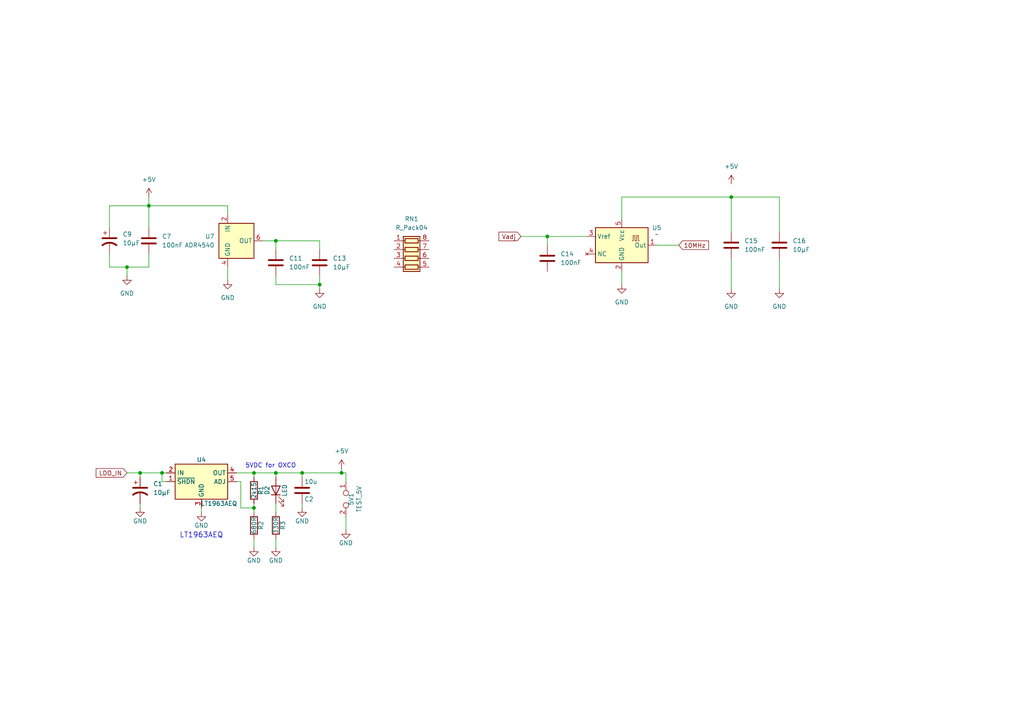
<source format=kicad_sch>
(kicad_sch (version 20231120) (generator "eeschema") (generator_version "8.0")
  (paper "A4")
  (lib_symbols
    (symbol "Connector:TestPoint_2Pole" (pin_names (offset 0.762) hide)
      (property "Reference" "TP" (at 0 1.524 0))
      (property "Value" "TestPoint_2Pole" (at 0 -1.778 0))
      (symbol "TestPoint_2Pole_0_1"
        (circle (center -1.778 0) (radius 0.762))
        (circle (center 1.778 0) (radius 0.762))
        (pin passive line (at -5.08 0 0) (length 2.54) (name "1") (number "1"))
        (pin passive line (at 5.08 0 180) (length 2.54) (name "2") (number "2"))
      )
    )
    (symbol "Device:C" (pin_numbers hide) (pin_names (offset 0.254))
      (property "Reference" "C" (at 0.635 2.54 0))
      (property "Value" "C" (at 0.635 -2.54 0))
      (symbol "C_0_1"
        (polyline (pts (xy -2.032 -0.762) (xy 2.032 -0.762)) (stroke (width 0.508)))
        (polyline (pts (xy -2.032 0.762) (xy 2.032 0.762)) (stroke (width 0.508)))
      )
      (symbol "C_1_1"
        (pin passive line (at 0 3.81 270) (length 2.794) (name "~") (number "1"))
        (pin passive line (at 0 -3.81 90) (length 2.794) (name "~") (number "2"))
      )
    )
    (symbol "Device:C_Polarized_US" (pin_numbers hide) (pin_names (offset 0.254) hide)
      (property "Reference" "C" (at 0.635 2.54 0))
      (property "Value" "C_Polarized_US" (at 0.635 -2.54 0))
      (symbol "C_Polarized_US_0_1"
        (polyline (pts (xy -2.032 0.762) (xy 2.032 0.762)) (stroke (width 0.508)))
        (polyline (pts (xy -1.778 2.286) (xy -0.762 2.286)))
        (polyline (pts (xy -1.27 1.778) (xy -1.27 2.794)))
        (arc (start 2.032 -1.27) (mid 0 -0.5572) (end -2.032 -1.27) (stroke (width 0.508)))
      )
      (symbol "C_Polarized_US_1_1"
        (pin passive line (at 0 3.81 270) (length 2.794) (name "~") (number "1"))
        (pin passive line (at 0 -3.81 90) (length 3.302) (name "~") (number "2"))
      )
    )
    (symbol "Device:LED" (pin_numbers hide) (pin_names (offset 1.016) hide)
      (property "Reference" "D" (at 0 2.54 0))
      (property "Value" "LED" (at 0 -2.54 0))
      (symbol "LED_0_1"
        (polyline (pts (xy -1.27 -1.27) (xy -1.27 1.27)) (stroke (width 0.254)))
        (polyline (pts (xy -1.27 0) (xy 1.27 0)))
        (polyline (pts (xy 1.27 -1.27) (xy 1.27 1.27) (xy -1.27 0) (xy 1.27 -1.27)) (stroke (width 0.254)))
        (polyline (pts (xy -3.048 -0.762) (xy -4.572 -2.286) (xy -3.81 -2.286) (xy -4.572 -2.286) (xy -4.572 -1.524)))
        (polyline (pts (xy -1.778 -0.762) (xy -3.302 -2.286) (xy -2.54 -2.286) (xy -3.302 -2.286) (xy -3.302 -1.524)))
      )
      (symbol "LED_1_1"
        (pin passive line (at -3.81 0 0) (length 2.54) (name "K") (number "1"))
        (pin passive line (at 3.81 0 180) (length 2.54) (name "A") (number "2"))
      )
    )
    (symbol "Device:R" (pin_numbers hide) (pin_names (offset 0))
      (property "Reference" "R" (at 2.032 0 90))
      (property "Value" "R" (at 0 0 90))
      (symbol "R_0_1"
        (rectangle (start -1.016 -2.54) (end 1.016 2.54) (stroke (width 0.254)))
      )
      (symbol "R_1_1"
        (pin passive line (at 0 3.81 270) (length 1.27) (name "~") (number "1"))
        (pin passive line (at 0 -3.81 90) (length 1.27) (name "~") (number "2"))
      )
    )
    (symbol "Device:R_Pack04" (pin_names (offset 0) hide)
      (property "Reference" "RN" (at -7.62 0 90))
      (property "Value" "R_Pack04" (at 5.08 0 90))
      (symbol "R_Pack04_0_1"
        (rectangle (start -6.35 -2.413) (end 3.81 2.413) (stroke (width 0.254)) (fill (type background)))
        (rectangle (start -5.715 1.905) (end -4.445 -1.905) (stroke (width 0.254)))
        (rectangle (start -3.175 1.905) (end -1.905 -1.905) (stroke (width 0.254)))
        (rectangle (start -0.635 1.905) (end 0.635 -1.905) (stroke (width 0.254)))
        (polyline (pts (xy -5.08 -2.54) (xy -5.08 -1.905)))
        (polyline (pts (xy -5.08 1.905) (xy -5.08 2.54)))
        (polyline (pts (xy -2.54 -2.54) (xy -2.54 -1.905)))
        (polyline (pts (xy -2.54 1.905) (xy -2.54 2.54)))
        (polyline (pts (xy 0 -2.54) (xy 0 -1.905)))
        (polyline (pts (xy 0 1.905) (xy 0 2.54)))
        (polyline (pts (xy 2.54 -2.54) (xy 2.54 -1.905)))
        (polyline (pts (xy 2.54 1.905) (xy 2.54 2.54)))
        (rectangle (start 1.905 1.905) (end 3.175 -1.905) (stroke (width 0.254)))
      )
      (symbol "R_Pack04_1_1"
        (pin passive line (at -5.08 -5.08 90) (length 2.54) (name "R1.1") (number "1"))
        (pin passive line (at -2.54 -5.08 90) (length 2.54) (name "R2.1") (number "2"))
        (pin passive line (at 0 -5.08 90) (length 2.54) (name "R3.1") (number "3"))
        (pin passive line (at 2.54 -5.08 90) (length 2.54) (name "R4.1") (number "4"))
        (pin passive line (at 2.54 5.08 270) (length 2.54) (name "R4.2") (number "5"))
        (pin passive line (at 0 5.08 270) (length 2.54) (name "R3.2") (number "6"))
        (pin passive line (at -2.54 5.08 270) (length 2.54) (name "R2.2") (number "7"))
        (pin passive line (at -5.08 5.08 270) (length 2.54) (name "R1.2") (number "8"))
      )
    )
    (symbol "GND_1" (power) (pin_numbers hide) (pin_names (offset 0) hide)
      (property "Value" "GND" (at 0 -3.81 0))
      (symbol "GND_1_0_1"
        (polyline (pts (xy 0 0) (xy 0 -1.27) (xy 1.27 -1.27) (xy 0 -2.54) (xy -1.27 -1.27) (xy 0 -1.27)))
      )
      (symbol "GND_1_1_1"
        (pin power_in line (at 0 0 270) (length 0) (name "~") (number "1"))
      )
    )
    (symbol "GND_2" (power) (pin_numbers hide) (pin_names (offset 0) hide)
      (property "Value" "GND" (at 0 -3.81 0))
      (symbol "GND_2_0_1"
        (polyline (pts (xy 0 0) (xy 0 -1.27) (xy 1.27 -1.27) (xy 0 -2.54) (xy -1.27 -1.27) (xy 0 -1.27)))
      )
      (symbol "GND_2_1_1"
        (pin power_in line (at 0 0 270) (length 0) (name "~") (number "1"))
      )
    )
    (symbol "GND_3" (power) (pin_numbers hide) (pin_names (offset 0) hide)
      (property "Value" "GND" (at 0 -3.81 0))
      (symbol "GND_3_0_1"
        (polyline (pts (xy 0 0) (xy 0 -1.27) (xy 1.27 -1.27) (xy 0 -2.54) (xy -1.27 -1.27) (xy 0 -1.27)))
      )
      (symbol "GND_3_1_1"
        (pin power_in line (at 0 0 270) (length 0) (name "~") (number "1"))
      )
    )
    (symbol "GND_4" (power) (pin_numbers hide) (pin_names (offset 0) hide)
      (property "Value" "GND" (at 0 -3.81 0))
      (symbol "GND_4_0_1"
        (polyline (pts (xy 0 0) (xy 0 -1.27) (xy 1.27 -1.27) (xy 0 -2.54) (xy -1.27 -1.27) (xy 0 -1.27)))
      )
      (symbol "GND_4_1_1"
        (pin power_in line (at 0 0 270) (length 0) (name "~") (number "1"))
      )
    )
    (symbol "GND_5" (power) (pin_numbers hide) (pin_names (offset 0) hide)
      (property "Value" "GND" (at 0 -3.81 0))
      (symbol "GND_5_0_1"
        (polyline (pts (xy 0 0) (xy 0 -1.27) (xy 1.27 -1.27) (xy 0 -2.54) (xy -1.27 -1.27) (xy 0 -1.27)))
      )
      (symbol "GND_5_1_1"
        (pin power_in line (at 0 0 270) (length 0) (name "~") (number "1"))
      )
    )
    (symbol "GND_6" (power) (pin_numbers hide) (pin_names (offset 0) hide)
      (property "Value" "GND" (at 0 -3.81 0))
      (symbol "GND_6_0_1"
        (polyline (pts (xy 0 0) (xy 0 -1.27) (xy 1.27 -1.27) (xy 0 -2.54) (xy -1.27 -1.27) (xy 0 -1.27)))
      )
      (symbol "GND_6_1_1"
        (pin power_in line (at 0 0 270) (length 0) (name "~") (number "1"))
      )
    )
    (symbol "Oscillator_Local:OSC5AB02"
      (property "Reference" "U" (at -6.35 8.89 0))
      (symbol "OSC5AB02_0_1"
        (rectangle (start -7.62 5.08) (end 7.62 -5.08) (stroke (width 0.254)) (fill (type background)))
        (polyline (pts (xy 5.08 1.27) (xy 4.826 1.27) (xy 4.826 2.794) (xy 4.318 2.794) (xy 4.318 1.27) (xy 3.81 1.27) (xy 3.81 2.794) (xy 3.302 2.794) (xy 3.302 1.27) (xy 3.048 1.27)))
      )
      (symbol "OSC5AB02_1_1"
        (pin output line (at 10.16 0 180) (length 2.54) (name "Out") (number "1"))
        (pin power_in line (at 0 -7.62 90) (length 2.54) (name "GND") (number "2"))
        (pin input line (at -10.16 2.54 0) (length 2.54) (name "Vref") (number "3"))
        (pin no_connect line (at -10.16 -2.54 0) (length 2.54) (name "NC") (number "4"))
        (pin power_in line (at 0 7.62 270) (length 2.54) (name "Vcc") (number "5"))
      )
    )
    (symbol "Reference_Voltage:ADR4540"
      (property "Reference" "U" (at 0 6.35 0))
      (property "Value" "ADR4540" (at 2.54 -6.35 0))
      (symbol "ADR4540_0_0"
        (pin no_connect line (at -5.08 0 0) (length 2.54) hide (name "NC") (number "3"))
        (pin no_connect line (at 5.08 2.54 180) (length 2.54) hide (name "NC") (number "7"))
        (pin no_connect line (at 5.08 -2.54 180) (length 2.54) hide (name "NC") (number "8"))
      )
      (symbol "ADR4540_0_1"
        (rectangle (start -5.08 5.08) (end 5.08 -5.08) (stroke (width 0.254)) (fill (type background)))
      )
      (symbol "ADR4540_1_1"
        (pin no_connect line (at -5.08 2.54 0) (length 2.54) hide (name "NC") (number "1"))
        (pin power_in line (at -2.54 7.62 270) (length 2.54) (name "IN") (number "2"))
        (pin power_in line (at -2.54 -7.62 90) (length 2.54) (name "GND") (number "4"))
        (pin no_connect line (at -5.08 -2.54 0) (length 2.54) hide (name "NC") (number "5"))
        (pin power_out line (at 7.62 0 180) (length 2.54) (name "OUT") (number "6"))
      )
    )
    (symbol "Regulator_Linear:LT1963AEQ"
      (property "Reference" "U" (at -7.62 6.35 0))
      (property "Value" "LT1963AEQ" (at -1.27 6.35 0))
      (symbol "LT1963AEQ_0_1"
        (rectangle (start -7.62 5.08) (end 7.62 -5.08) (stroke (width 0.254)) (fill (type background)))
      )
      (symbol "LT1963AEQ_1_1"
        (pin input line (at -10.16 0 0) (length 2.54) (name "~{SHDN}") (number "1"))
        (pin power_in line (at -10.16 2.54 0) (length 2.54) (name "IN") (number "2"))
        (pin power_in line (at 0 -7.62 90) (length 2.54) (name "GND") (number "3"))
        (pin power_out line (at 10.16 2.54 180) (length 2.54) (name "OUT") (number "4"))
        (pin input line (at 10.16 0 180) (length 2.54) (name "ADJ") (number "5"))
      )
    )
    (symbol "power:+5V" (power) (pin_numbers hide) (pin_names (offset 0) hide)
      (property "Value" "+5V" (at 0 3.556 0))
      (symbol "+5V_0_1"
        (polyline (pts (xy -0.762 1.27) (xy 0 2.54)))
        (polyline (pts (xy 0 0) (xy 0 2.54)))
        (polyline (pts (xy 0 2.54) (xy 0.762 1.27)))
      )
      (symbol "+5V_1_1"
        (pin power_in line (at 0 0 90) (length 0) (name "~") (number "1"))
      )
    )
    (symbol "power:GND" (power) (pin_names (offset 0))
      (property "Value" "GND" (at 0 -3.81 0))
      (symbol "GND_0_1"
        (polyline (pts (xy 0 0) (xy 0 -1.27) (xy 1.27 -1.27) (xy 0 -2.54) (xy -1.27 -1.27) (xy 0 -1.27)))
      )
      (symbol "GND_1_1"
        (pin power_in line (at 0 0 270) (length 0) hide (name "GND") (number "1"))
      )
    )
  )
  (junction (at 80.01 69.85))
  (junction (at 40.64 137.16))
  (junction (at 43.18 59.69))
  (junction (at 80.01 137.16))
  (junction (at 99.06 137.16))
  (junction (at 212.09 57.15))
  (junction (at 87.63 137.16))
  (junction (at 73.66 137.16))
  (junction (at 46.99 137.16))
  (junction (at 73.66 147.32))
  (junction (at 36.83 77.47))
  (junction (at 92.71 82.55))
  (junction (at 158.75 68.58))
  (wire (pts (xy 80.01 137.16) (xy 80.01 138.43)))
  (wire (pts (xy 48.26 139.7) (xy 46.99 139.7)))
  (wire (pts (xy 66.04 59.69) (xy 43.18 59.69)))
  (wire (pts (xy 31.75 59.69) (xy 31.75 66.04)))
  (wire (pts (xy 100.33 137.16) (xy 100.33 139.7)))
  (wire (pts (xy 69.85 147.32) (xy 73.66 147.32)))
  (wire (pts (xy 190.5 71.12) (xy 196.85 71.12)))
  (wire (pts (xy 80.01 137.16) (xy 87.63 137.16)))
  (wire (pts (xy 151.13 68.58) (xy 158.75 68.58)))
  (wire (pts (xy 40.64 137.16) (xy 40.64 138.43)))
  (wire (pts (xy 100.33 153.67) (xy 100.33 149.86)))
  (wire (pts (xy 43.18 57.15) (xy 43.18 59.69)))
  (wire (pts (xy 46.99 139.7) (xy 46.99 137.16)))
  (wire (pts (xy 80.01 69.85) (xy 92.71 69.85)))
  (wire (pts (xy 36.83 137.16) (xy 40.64 137.16)))
  (wire (pts (xy 87.63 147.32) (xy 87.63 146.05)))
  (wire (pts (xy 66.04 62.23) (xy 66.04 59.69)))
  (wire (pts (xy 226.06 74.93) (xy 226.06 83.82)))
  (wire (pts (xy 80.01 158.75) (xy 80.01 156.21)))
  (wire (pts (xy 226.06 67.31) (xy 226.06 57.15)))
  (wire (pts (xy 36.83 77.47) (xy 36.83 80.01)))
  (wire (pts (xy 87.63 137.16) (xy 87.63 138.43)))
  (wire (pts (xy 212.09 57.15) (xy 180.34 57.15)))
  (wire (pts (xy 43.18 73.66) (xy 43.18 77.47)))
  (wire (pts (xy 87.63 137.16) (xy 99.06 137.16)))
  (wire (pts (xy 73.66 146.05) (xy 73.66 147.32)))
  (wire (pts (xy 68.58 137.16) (xy 73.66 137.16)))
  (wire (pts (xy 58.42 148.59) (xy 58.42 147.32)))
  (wire (pts (xy 48.26 137.16) (xy 46.99 137.16)))
  (wire (pts (xy 212.09 74.93) (xy 212.09 83.82)))
  (wire (pts (xy 31.75 77.47) (xy 36.83 77.47)))
  (wire (pts (xy 43.18 59.69) (xy 43.18 66.04)))
  (wire (pts (xy 68.58 139.7) (xy 69.85 139.7)))
  (wire (pts (xy 73.66 158.75) (xy 73.66 156.21)))
  (wire (pts (xy 158.75 68.58) (xy 170.18 68.58)))
  (wire (pts (xy 226.06 57.15) (xy 212.09 57.15)))
  (wire (pts (xy 76.2 69.85) (xy 80.01 69.85)))
  (wire (pts (xy 80.01 82.55) (xy 92.71 82.55)))
  (wire (pts (xy 92.71 82.55) (xy 92.71 83.82)))
  (wire (pts (xy 92.71 80.01) (xy 92.71 82.55)))
  (wire (pts (xy 80.01 80.01) (xy 80.01 82.55)))
  (wire (pts (xy 73.66 137.16) (xy 73.66 138.43)))
  (wire (pts (xy 99.06 137.16) (xy 100.33 137.16)))
  (wire (pts (xy 212.09 67.31) (xy 212.09 57.15)))
  (wire (pts (xy 80.01 148.59) (xy 80.01 146.05)))
  (wire (pts (xy 180.34 57.15) (xy 180.34 63.5)))
  (wire (pts (xy 99.06 137.16) (xy 99.06 135.89)))
  (wire (pts (xy 66.04 77.47) (xy 66.04 81.28)))
  (wire (pts (xy 158.75 68.58) (xy 158.75 71.12)))
  (wire (pts (xy 36.83 77.47) (xy 43.18 77.47)))
  (wire (pts (xy 43.18 59.69) (xy 31.75 59.69)))
  (wire (pts (xy 73.66 147.32) (xy 73.66 148.59)))
  (wire (pts (xy 180.34 78.74) (xy 180.34 82.55)))
  (wire (pts (xy 80.01 69.85) (xy 80.01 72.39)))
  (wire (pts (xy 69.85 139.7) (xy 69.85 147.32)))
  (wire (pts (xy 92.71 69.85) (xy 92.71 72.39)))
  (wire (pts (xy 73.66 137.16) (xy 80.01 137.16)))
  (wire (pts (xy 31.75 73.66) (xy 31.75 77.47)))
  (wire (pts (xy 40.64 147.32) (xy 40.64 146.05)))
  (wire (pts (xy 40.64 137.16) (xy 46.99 137.16)))
  (text "LT1963AEQ" (at 52.07 156.21 0) (effects (font (size 1.524 1.524)) (justify left bottom)))
  (text "5VDC for OXCO" (at 71.12 135.89 0) (effects (font (size 1.27 1.27)) (justify left bottom)))
  (global_label "LDO_IN" (shape input) (at 36.83 137.16 180) (property "Intersheetrefs" "${INTERSHEET_REFS}" (effects (hide yes))))
  (global_label "Vadj" (shape input) (at 151.13 68.58 180) (property "Intersheetrefs" "${INTERSHEET_REFS}" (effects (hide yes))))
  (global_label "10MHz" (shape input) (at 196.85 71.12 0) (property "Intersheetrefs" "${INTERSHEET_REFS}" (effects (hide yes))))
  (symbol (lib_name "GND_1") (lib_id "power:GND") (at 180.34 82.55 0) (unit 1)
    (property "Reference" "#PWR08" (effects (hide yes)))
    (property "Value" "GND" (at 180.34 87.63 0))
    (property "Description" "Power symbol creates a global label with name \"GND\" , ground" (effects (hide yes)))
  )
  (symbol (lib_id "Device:C") (at 212.09 71.12 0) (unit 1)
    (property "Reference" "C15" (at 215.9 69.8499 0) (effects (justify left)))
    (property "Value" "100nF" (at 215.9 72.3899 0) (effects (justify left)))
    (property "Footprint" "Capacitor_SMD:C_0402_1005Metric_Pad0.74x0.62mm_HandSolder" (effects (hide yes)))
    (property "Description" "16V X7R" (effects (hide yes)))
    (property "LCSC" "C1525" (effects (hide yes)))
    (property "MPN" "CL05B104KO5NNNC " (effects (hide yes)))
  )
  (symbol (lib_id "power:+5V") (at 43.18 57.15 0) (unit 1)
    (property "Reference" "#PWR012" (effects (hide yes)))
    (property "Value" "+5V" (at 43.18 52.07 0))
    (property "Description" "Power symbol creates a global label with name \"+5V\"" (effects (hide yes)))
  )
  (symbol (lib_name "GND_5") (lib_id "power:GND") (at 212.09 83.82 0) (unit 1)
    (property "Reference" "#PWR015" (effects (hide yes)))
    (property "Value" "GND" (at 212.09 88.9 0))
    (property "Description" "Power symbol creates a global label with name \"GND\" , ground" (effects (hide yes)))
  )
  (symbol (lib_name "GND_3") (lib_id "power:GND") (at 36.83 80.01 0) (unit 1)
    (property "Reference" "#PWR010" (effects (hide yes)))
    (property "Value" "GND" (at 36.83 85.09 0))
    (property "Description" "Power symbol creates a global label with name \"GND\" , ground" (effects (hide yes)))
  )
  (symbol (lib_id "Oscillator_Local:OSC5AB02") (at 180.34 71.12 0) (unit 1)
    (property "Reference" "U5" (at 190.5 66.0714 0))
    (property "Value" "~" (at 190.5 67.9765 0))
    (property "Datasheet" "https://dl6gl.de/media/files/ocxo-cti-osc5a2b02-datasheet.pdf" (effects (hide yes)))
    (property "Description" "CTI OSC5A2B02  10MHz Square Wave  1ppb  Oven Controlled Crystal Oscilator" (effects (hide yes)))
  )
  (symbol (lib_id "Device:R") (at 73.66 152.4 0) (unit 1)
    (property "Reference" "R2" (at 75.692 152.4 90))
    (property "Value" "680R" (at 73.66 152.4 90))
    (property "Footprint" "Resistor_SMD:R_0805_2012Metric" (effects (hide yes)))
  )
  (symbol (lib_id "power:GND") (at 87.63 147.32 0) (unit 1)
    (property "Reference" "#PWR05" (effects (hide yes)))
    (property "Value" "GND" (at 87.63 151.13 0))
  )
  (symbol (lib_id "power:+5V") (at 99.06 135.89 0) (unit 1)
    (property "Reference" "#PWR06" (effects (hide yes)))
    (property "Value" "+5V" (at 99.06 130.81 0))
    (property "Description" "Power symbol creates a global label with name \"+5V\"" (effects (hide yes)))
  )
  (symbol (lib_id "Device:C") (at 87.63 142.24 0) (mirror x) (unit 1)
    (property "Reference" "C2" (at 88.265 144.78 0) (effects (justify left)))
    (property "Value" "10u" (at 88.265 139.7 0) (effects (justify left)))
    (property "Footprint" "Capacitor_SMD:C_0805_2012Metric" (effects (hide yes)))
  )
  (symbol (lib_id "Device:C") (at 92.71 76.2 0) (unit 1)
    (property "Reference" "C13" (at 96.52 74.9299 0) (effects (justify left)))
    (property "Value" "10µF" (at 96.52 77.4699 0) (effects (justify left)))
    (property "Footprint" "Capacitor_SMD:C_0805_2012Metric" (effects (hide yes)))
    (property "Description" "25V X5R" (effects (hide yes)))
    (property "MPN" "CL21A106KAYNNNE" (effects (hide yes)))
    (property "LCSC" "C15850" (effects (hide yes)))
  )
  (symbol (lib_id "Device:C_Polarized_US") (at 31.75 69.85 0) (unit 1)
    (property "Reference" "C9" (at 35.56 67.9449 0) (effects (justify left)))
    (property "Value" "10µF" (at 35.56 70.4849 0) (effects (justify left)))
    (property "Footprint" "Capacitor_Tantalum_SMD:CP_EIA-3216-18_Kemet-A" (effects (hide yes)))
    (property "Description" "Polarized capacitor, US symbol" (effects (hide yes)))
    (property "MPN" "TAJA106K016RNJ" (effects (hide yes)))
    (property "LCSC" "C7171" (effects (hide yes)))
  )
  (symbol (lib_name "GND_6") (lib_id "power:GND") (at 226.06 83.82 0) (unit 1)
    (property "Reference" "#PWR016" (effects (hide yes)))
    (property "Value" "GND" (at 226.06 88.9 0))
    (property "Description" "Power symbol creates a global label with name \"GND\" , ground" (effects (hide yes)))
  )
  (symbol (lib_id "power:+5V") (at 212.09 53.34 0) (unit 1)
    (property "Reference" "#PWR014" (effects (hide yes)))
    (property "Value" "+5V" (at 212.09 48.26 0))
    (property "Description" "Power symbol creates a global label with name \"+5V\"" (effects (hide yes)))
  )
  (symbol (lib_id "power:GND") (at 40.64 147.32 0) (unit 1)
    (property "Reference" "#PWR01" (effects (hide yes)))
    (property "Value" "GND" (at 40.64 151.13 0))
  )
  (symbol (lib_id "power:GND") (at 100.33 153.67 0) (unit 1)
    (property "Reference" "#PWR07" (effects (hide yes)))
    (property "Value" "GND" (at 100.33 157.48 0))
  )
  (symbol (lib_id "Device:C_Polarized_US") (at 40.64 142.24 0) (unit 1)
    (property "Reference" "C1" (at 44.45 140.3349 0) (effects (justify left)))
    (property "Value" "10µF" (at 44.45 142.8749 0) (effects (justify left)))
    (property "Footprint" "Capacitor_Tantalum_SMD:CP_EIA-3216-18_Kemet-A" (effects (hide yes)))
    (property "Description" "Polarized capacitor, US symbol" (effects (hide yes)))
    (property "MPN" "TAJA106K016RNJ" (effects (hide yes)))
    (property "LCSC" "C7171" (effects (hide yes)))
  )
  (symbol (lib_id "Device:C") (at 80.01 76.2 0) (unit 1)
    (property "Reference" "C11" (at 83.82 74.9299 0) (effects (justify left)))
    (property "Value" "100nF" (at 83.82 77.4699 0) (effects (justify left)))
    (property "Footprint" "Capacitor_SMD:C_0402_1005Metric_Pad0.74x0.62mm_HandSolder" (effects (hide yes)))
    (property "Description" "16V X7R" (effects (hide yes)))
    (property "LCSC" "C1525" (effects (hide yes)))
    (property "MPN" "CL05B104KO5NNNC " (effects (hide yes)))
  )
  (symbol (lib_id "power:GND") (at 80.01 158.75 0) (unit 1)
    (property "Reference" "#PWR04" (effects (hide yes)))
    (property "Value" "GND" (at 80.01 162.56 0))
  )
  (symbol (lib_id "Device:C") (at 43.18 69.85 0) (unit 1)
    (property "Reference" "C7" (at 46.99 68.5799 0) (effects (justify left)))
    (property "Value" "100nF" (at 46.99 71.1199 0) (effects (justify left)))
    (property "Footprint" "Capacitor_SMD:C_0402_1005Metric_Pad0.74x0.62mm_HandSolder" (effects (hide yes)))
    (property "Description" "16V X7R" (effects (hide yes)))
    (property "LCSC" "C1525" (effects (hide yes)))
    (property "MPN" "CL05B104KO5NNNC " (effects (hide yes)))
  )
  (symbol (lib_name "GND_4") (lib_id "power:GND") (at 92.71 83.82 0) (unit 1)
    (property "Reference" "#PWR013" (effects (hide yes)))
    (property "Value" "GND" (at 92.71 88.9 0))
    (property "Description" "Power symbol creates a global label with name \"GND\" , ground" (effects (hide yes)))
  )
  (symbol (lib_name "GND_2") (lib_id "power:GND") (at 66.04 81.28 0) (unit 1)
    (property "Reference" "#PWR09" (effects (hide yes)))
    (property "Value" "GND" (at 66.04 86.36 0))
    (property "Description" "Power symbol creates a global label with name \"GND\" , ground" (effects (hide yes)))
  )
  (symbol (lib_id "Device:R_Pack04") (at 119.38 74.93 270) (unit 1)
    (property "Reference" "RN1" (at 119.38 63.5 90))
    (property "Value" "R_Pack04" (at 119.38 66.04 90))
    (property "Datasheet" "https://wmsc.lcsc.com/wmsc/upload/file/pdf/v2/lcsc/2304140030_Vishay-Intertech-ACASA1001S1001P100_C2654046.pdf" (effects (hide yes)))
    (property "Description" "4 resistor network, parallel topology, 0.1% ±15ppm" (effects (hide yes)))
    (property "MPN" "ACASA1001S1001P100" (effects (hide yes)))
    (property "LCSC" "C2654046" (effects (hide yes)))
  )
  (symbol (lib_id "Reference_Voltage:ADR4540") (at 68.58 69.85 0) (unit 1)
    (property "Reference" "U7" (at 62.23 68.5799 0) (effects (justify right)))
    (property "Value" "ADR4540" (at 62.23 71.1199 0) (effects (justify right)))
    (property "Footprint" "Package_SO:SOIC-8_3.9x4.9mm_P1.27mm" (effects (hide yes)))
    (property "Datasheet" "https://www.analog.com/media/en/technical-documentation/data-sheets/ADR4520_4525_4530_4533_4540_4550.pdf" (effects (hide yes)))
    (property "Description" "4.096V,  Ultralow Noise, High Accuracy Voltage Reference, SOIC-8" (effects (hide yes)))
  )
  (symbol (lib_id "power:GND") (at 73.66 158.75 0) (unit 1)
    (property "Reference" "#PWR03" (effects (hide yes)))
    (property "Value" "GND" (at 73.66 162.56 0))
  )
  (symbol (lib_id "Device:C") (at 158.75 74.93 0) (unit 1)
    (property "Reference" "C14" (at 162.56 73.6599 0) (effects (justify left)))
    (property "Value" "100nF" (at 162.56 76.1999 0) (effects (justify left)))
    (property "Footprint" "Capacitor_SMD:C_0402_1005Metric_Pad0.74x0.62mm_HandSolder" (effects (hide yes)))
    (property "Description" "16V X7R" (effects (hide yes)))
    (property "LCSC" "C1525" (effects (hide yes)))
    (property "MPN" "CL05B104KO5NNNC " (effects (hide yes)))
  )
  (symbol (lib_id "Device:R") (at 80.01 152.4 0) (unit 1)
    (property "Reference" "R3" (at 82.042 152.4 90))
    (property "Value" "330R" (at 80.01 152.4 90))
    (property "Footprint" "Resistor_SMD:R_0805_2012Metric" (effects (hide yes)))
  )
  (symbol (lib_id "Device:C") (at 226.06 71.12 0) (unit 1)
    (property "Reference" "C16" (at 229.87 69.8499 0) (effects (justify left)))
    (property "Value" "10µF" (at 229.87 72.3899 0) (effects (justify left)))
    (property "Footprint" "Capacitor_SMD:C_0805_2012Metric" (effects (hide yes)))
    (property "Description" "25V X5R" (effects (hide yes)))
    (property "MPN" "CL21A106KAYNNNE" (effects (hide yes)))
    (property "LCSC" "C15850" (effects (hide yes)))
  )
  (symbol (lib_id "Connector:TestPoint_2Pole") (at 100.33 144.78 270) (unit 1)
    (property "Reference" "5V1" (at 101.854 144.78 0))
    (property "Value" "TEST_5V" (at 104.14 144.78 0))
    (property "Footprint" "TestPoint:TestPoint_2Pads_Pitch2.54mm_Drill0.8mm" (effects (hide yes)))
  )
  (symbol (lib_id "Device:R") (at 73.66 142.24 0) (unit 1)
    (property "Reference" "R1" (at 75.692 142.24 90))
    (property "Value" "2k15" (at 73.66 142.24 90))
    (property "Footprint" "Resistor_SMD:R_0805_2012Metric" (effects (hide yes)))
  )
  (symbol (lib_id "Regulator_Linear:LT1963AEQ") (at 58.42 139.7 0) (unit 1)
    (property "Reference" "U4" (at 58.42 133.35 0))
    (property "Value" "LT1963AEQ" (at 63.5 146.05 0))
    (property "Footprint" "Package_TO_SOT_SMD:TO-263-5_TabPin3" (effects (hide yes)))
    (property "Datasheet" "https://www.analog.com/media/en/technical-documentation/data-sheets/1963aff.pdf" (effects (hide yes)))
    (property "LCSC" "C459702 " (effects (hide yes)))
  )
  (symbol (lib_id "power:GND") (at 58.42 148.59 0) (unit 1)
    (property "Reference" "#PWR02" (effects (hide yes)))
    (property "Value" "GND" (at 58.42 152.4 0))
  )
  (symbol (lib_id "Device:LED") (at 80.01 142.24 90) (unit 1)
    (property "Reference" "D2" (at 77.47 142.24 0))
    (property "Value" "LED" (at 82.55 142.24 0))
    (property "Footprint" "LED_SMD:LED_0805_2012Metric" (effects (hide yes)))
  )
)
</source>
